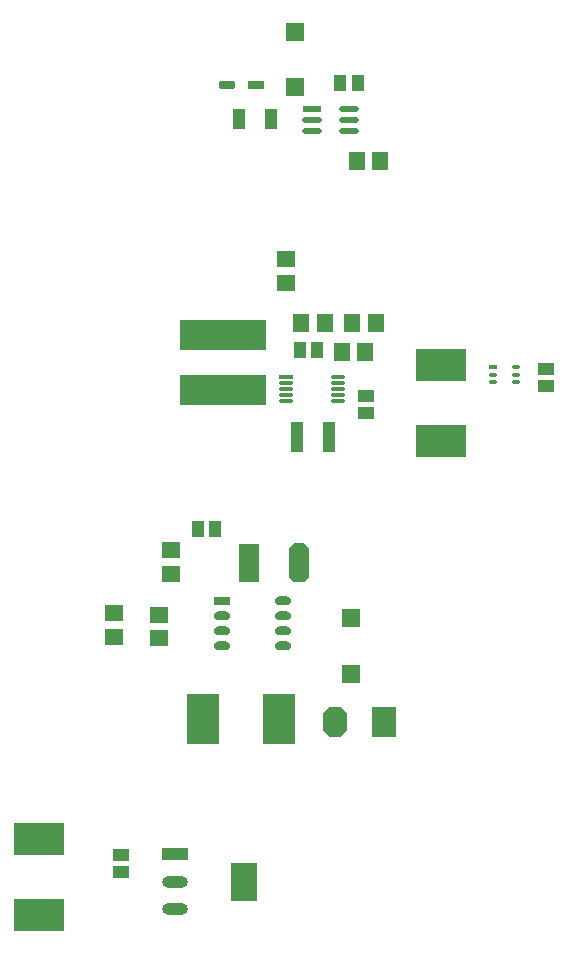
<source format=gtp>
%FSLAX25Y25*%
%MOIN*%
G70*
G01*
G75*
G04 Layer_Color=8421504*
%ADD10C,0.03000*%
%ADD11C,0.02000*%
%ADD12C,0.01000*%
%ADD13C,0.01500*%
%ADD14C,0.01200*%
%ADD15O,0.02756X0.01181*%
%ADD16R,0.02756X0.01181*%
%ADD17O,0.04724X0.01221*%
%ADD18R,0.04724X0.01221*%
%ADD19R,0.06693X0.13000*%
G04:AMPARAMS|DCode=20|XSize=66.93mil|YSize=130mil|CornerRadius=0mil|HoleSize=0mil|Usage=FLASHONLY|Rotation=180.000|XOffset=0mil|YOffset=0mil|HoleType=Round|Shape=Octagon|*
%AMOCTAGOND20*
4,1,8,0.01673,-0.06500,-0.01673,-0.06500,-0.03347,-0.04827,-0.03347,0.04827,-0.01673,0.06500,0.01673,0.06500,0.03347,0.04827,0.03347,-0.04827,0.01673,-0.06500,0.0*
%
%ADD20OCTAGOND20*%

G04:AMPARAMS|DCode=21|XSize=78.74mil|YSize=98.43mil|CornerRadius=0mil|HoleSize=0mil|Usage=FLASHONLY|Rotation=180.000|XOffset=0mil|YOffset=0mil|HoleType=Round|Shape=Octagon|*
%AMOCTAGOND21*
4,1,8,0.01969,-0.04921,-0.01969,-0.04921,-0.03937,-0.02953,-0.03937,0.02953,-0.01969,0.04921,0.01969,0.04921,0.03937,0.02953,0.03937,-0.02953,0.01969,-0.04921,0.0*
%
%ADD21OCTAGOND21*%

%ADD22R,0.07874X0.09843*%
%ADD23R,0.04331X0.05512*%
%ADD24R,0.10906X0.16732*%
%ADD25R,0.05906X0.05512*%
%ADD26R,0.06000X0.06000*%
%ADD27R,0.05500X0.03000*%
%ADD28O,0.05500X0.03000*%
%ADD29R,0.05512X0.05906*%
%ADD30R,0.04331X0.06693*%
%ADD31R,0.05512X0.02559*%
G04:AMPARAMS|DCode=32|XSize=55.12mil|YSize=25.59mil|CornerRadius=0mil|HoleSize=0mil|Usage=FLASHONLY|Rotation=180.000|XOffset=0mil|YOffset=0mil|HoleType=Round|Shape=Octagon|*
%AMOCTAGOND32*
4,1,8,-0.02756,0.00640,-0.02756,-0.00640,-0.02116,-0.01280,0.02116,-0.01280,0.02756,-0.00640,0.02756,0.00640,0.02116,0.01280,-0.02116,0.01280,-0.02756,0.00640,0.0*
%
%ADD32OCTAGOND32*%

%ADD33R,0.08661X0.12795*%
%ADD34O,0.08661X0.03937*%
%ADD35R,0.08661X0.03937*%
%ADD36R,0.16732X0.10906*%
%ADD37R,0.04331X0.10236*%
%ADD38R,0.05512X0.04331*%
%ADD39R,0.28740X0.10433*%
%ADD40R,0.06496X0.01969*%
%ADD41O,0.06496X0.01969*%
%ADD42C,0.02500*%
%ADD43C,0.05906*%
%ADD44R,0.05906X0.05906*%
%ADD45C,0.06000*%
%ADD46C,0.00787*%
D15*
X312480Y249882D02*
D03*
Y252441D02*
D03*
Y255000D02*
D03*
X305000Y249882D02*
D03*
Y252441D02*
D03*
D16*
Y255000D02*
D03*
D17*
X253323Y243626D02*
D03*
Y245595D02*
D03*
Y247563D02*
D03*
Y249532D02*
D03*
Y251500D02*
D03*
X236000Y243626D02*
D03*
Y245595D02*
D03*
Y247563D02*
D03*
Y249532D02*
D03*
D18*
Y251500D02*
D03*
D19*
X223750Y189500D02*
D03*
D20*
X240250D02*
D03*
D21*
X252232Y136500D02*
D03*
D22*
X268768D02*
D03*
D23*
X206547Y201000D02*
D03*
X212453D02*
D03*
X254047Y349500D02*
D03*
X259953D02*
D03*
X240547Y260500D02*
D03*
X246453D02*
D03*
D24*
X233677Y137500D02*
D03*
X208323D02*
D03*
D25*
X197500Y186063D02*
D03*
Y193937D02*
D03*
X178500Y165063D02*
D03*
Y172937D02*
D03*
X193500Y172437D02*
D03*
Y164563D02*
D03*
X236000Y290937D02*
D03*
Y283063D02*
D03*
D26*
X257500Y152750D02*
D03*
Y171250D02*
D03*
X239000Y366750D02*
D03*
Y348250D02*
D03*
D27*
X214500Y177000D02*
D03*
D28*
Y172000D02*
D03*
Y167000D02*
D03*
Y162000D02*
D03*
X235000Y177000D02*
D03*
Y172000D02*
D03*
Y167000D02*
D03*
Y162000D02*
D03*
D29*
X259563Y323500D02*
D03*
X267437D02*
D03*
X265937Y269500D02*
D03*
X258063D02*
D03*
X248937D02*
D03*
X241063D02*
D03*
X254563Y260000D02*
D03*
X262437D02*
D03*
D30*
X230815Y337500D02*
D03*
X220185D02*
D03*
D31*
X225823Y349000D02*
D03*
D32*
X216177D02*
D03*
D33*
X221835Y83445D02*
D03*
D34*
X199000Y74390D02*
D03*
Y83445D02*
D03*
D35*
Y92500D02*
D03*
D36*
X287500Y255677D02*
D03*
Y230323D02*
D03*
X153500Y97677D02*
D03*
Y72323D02*
D03*
D37*
X239685Y231500D02*
D03*
X250315D02*
D03*
D38*
X262500Y239547D02*
D03*
Y245453D02*
D03*
X322500Y254453D02*
D03*
Y248547D02*
D03*
X181000Y86547D02*
D03*
Y92453D02*
D03*
D39*
X215000Y247346D02*
D03*
Y265653D02*
D03*
D40*
X244500Y341000D02*
D03*
D41*
Y337260D02*
D03*
Y333520D02*
D03*
X256902Y341000D02*
D03*
Y337260D02*
D03*
Y333520D02*
D03*
M02*

</source>
